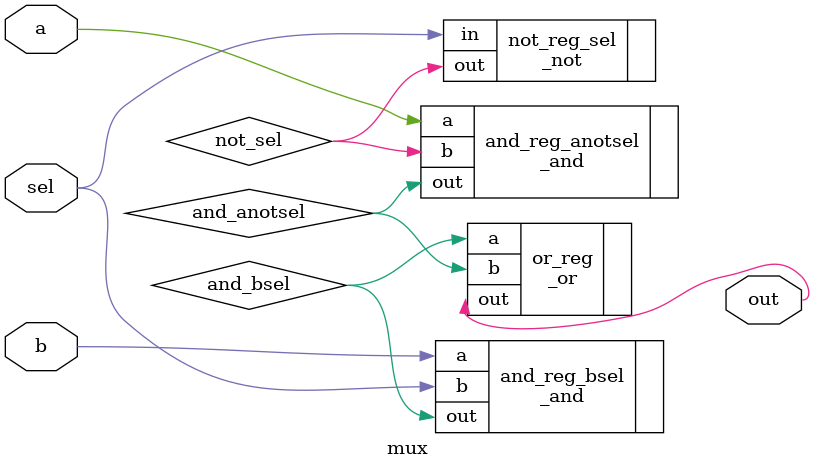
<source format=v>
`default_nettype none

module mux(
    input wire a,
    input wire b,
    input wire sel,
    output wire out
);
    wire and_bsel, not_sel, and_anotsel;

    _and and_reg_bsel(
        .a(b),
        .b(sel),
        .out(and_bsel)
    );

    _not not_reg_sel(
        .in(sel),
        .out(not_sel)
    );

    _and and_reg_anotsel(
        .a(a),
        .b(not_sel),
        .out(and_anotsel)
    );

    _or or_reg(
        .a(and_bsel),
        .b(and_anotsel),
        .out(out)
    );
endmodule

`default_nettype wire

</source>
